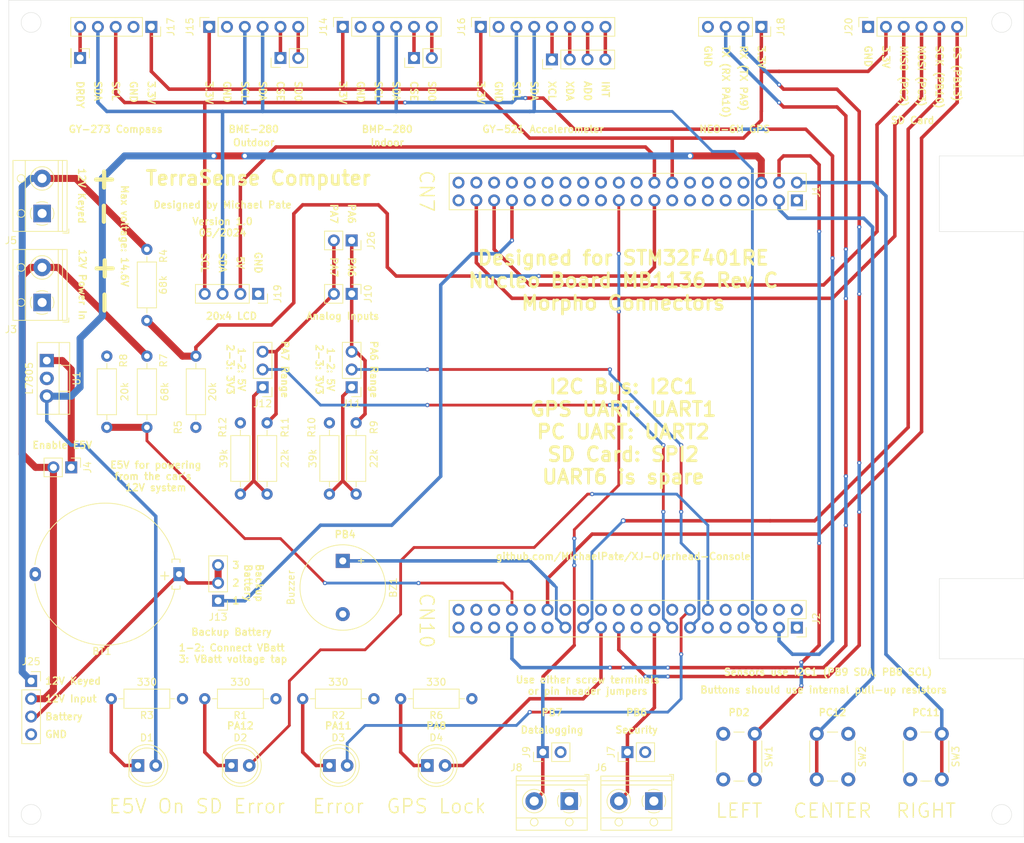
<source format=kicad_pcb>
(kicad_pcb (version 20240108) (generator "pcbnew") (generator_version "8.0")
  (layers (0 "F.Cu" signal) (31 "B.Cu" signal) (34 "B.Paste" user) (35 "F.Paste" user) (36 "B.SilkS" user "B.Silkscreen") (37 "F.SilkS" user "F.Silkscreen") (38 "B.Mask" user) (39 "F.Mask" user) (44 "Edge.Cuts" user))
  (net 0 "")
  (net 1 "GND")
  (net 2 "Net-(BZ1-+)")
  (net 3 "Net-(D1-K)")
  (net 4 "E5V")
  (net 5 "Net-(D2-A)")
  (net 6 "Net-(D2-K)")
  (net 7 "Net-(D3-A)")
  (net 8 "Net-(D3-K)")
  (net 9 "Net-(D4-K)")
  (net 10 "Net-(D4-A)")
  (net 14 "Toggle_Datalogging")
  (net 20 "Net-(J1-Pin_4)")
  (net 22 "12V_Signal_Keyed")
  (net 25 "SPI2_MOSI")
  (net 30 "+3.3V")
  (net 34 "+5V")
  (net 35 "Net-(J1-Pin_3)")
  (net 38 "Spare_DI_1")
  (net 42 "VBatt")
  (net 43 "SPI2_MISO")
  (net 44 "Net-(J1-Pin_2)")
  (net 48 "UART1_TX")
  (net 49 "Spare_DI_2")
  (net 50 "UART1_RX")
  (net 51 "Spare_AI_2")
  (net 53 "SystemVoltage")
  (net 58 "UART6_TX")
  (net 63 "Spare_DQ_2")
  (net 67 "I2C1_SDA")
  (net 68 "UART_RX")
  (net 69 "Spare_AI_1")
  (net 73 "UART6_RX")
  (net 75 "Toggle_Security")
  (net 76 "Spare_DQ_1")
  (net 77 "UART_TX")
  (net 78 "I2C1_SCL")
  (net 79 "SPI2_SCK")
  (net 81 "Net-(J4-Pin_1)")
  (net 82 "Net-(J10-Pin_2)")
  (net 83 "Net-(J10-Pin_1)")
  (net 84 "Net-(J11-Pin_1)")
  (net 85 "Net-(J12-Pin_1)")
  (net 86 "SPI2_SD_CS")
  (net 87 "Batt")
  (net 88 "12_Power_In")
  (net 89 "12V_Keyed_Raw")
  (net 90 "Net-(J14-Pin_5)")
  (net 91 "Net-(J14-Pin_6)")
  (net 92 "Net-(J15-Pin_5)")
  (net 93 "Net-(J15-Pin_6)")
  (net 94 "Net-(J16-Pin_8)")
  (net 95 "Net-(J16-Pin_6)")
  (net 96 "Net-(J16-Pin_5)")
  (net 97 "Net-(J16-Pin_7)")
  (net 98 "Net-(J17-Pin_5)")
  (footprint "Connector_PinHeader_2.54mm:PinHeader_1x01_P2.54mm_Vertical" (layer "F.Cu") (at 75.8825 39.37 -90)
    (property "Reference" "J24" (hide yes))
    (property "Value" "~")
  )
  (footprint "Connector_PinHeader_2.54mm:PinHeader_1x02_P2.54mm_Vertical" (layer "F.Cu") (at 104.4575 39.37 90)
    (property "Reference" "J21" (hide yes))
    (property "Value" "~")
  )
  (footprint "TerminalBlock_RND:TerminalBlock_RND_205-00012_1x02_P5.00mm_Horizontal" (layer "F.Cu") (at 157.7175 145.415 180)
    (property "Reference" "J6")
    (property "Value" "Security Mode" (hide yes))
  )
  (footprint "Resistor_THT:R_Axial_DIN0207_L6.3mm_D2.5mm_P10.16mm_Horizontal" (layer "F.Cu") (at 90.4875 130.81 180)
    (property "Reference" "R3")
    (property "Value" "330")
  )
  (footprint "Resistor_THT:R_Axial_DIN0207_L6.3mm_D2.5mm_P10.16mm_Horizontal" (layer "F.Cu") (at 85.4075 66.675 -90)
    (property "Reference" "R4")
    (property "Value" "68k")
  )
  (footprint "Connector_PinHeader_2.54mm:PinHeader_1x04_P2.54mm_Vertical" (layer "F.Cu") (at 143.1775 39.58 90)
    (property "Reference" "J23" (hide yes))
    (property "Value" "~")
  )
  (footprint "TerminalBlock_RND:TerminalBlock_RND_205-00012_1x02_P5.00mm_Horizontal" (layer "F.Cu") (at 70.4675 74.255 90)
    (property "Reference" "J3")
    (property "Value" "12V Power In" (hide yes))
  )
  (footprint "Button_Switch_THT:SW_PUSH_6mm" (layer "F.Cu") (at 198.7825 135.815 -90)
    (property "Reference" "SW3")
    (property "Value" "MenuRight")
  )
  (footprint "Connector_PinSocket_2.54mm:PinSocket_2x20_P2.54mm_Vertical" (layer "F.Cu") (at 178.1175 59.69 -90)
    (property "Reference" "J1")
    (property "Value" "CN7")
  )
  (footprint "Connector_PinHeader_2.54mm:PinHeader_1x03_P2.54mm_Vertical" (layer "F.Cu") (at 95.5675 116.825 180)
    (property "Reference" "J13")
    (property "Value" "VBatt")
  )
  (footprint "TerminalBlock_RND:TerminalBlock_RND_205-00012_1x02_P5.00mm_Horizontal" (layer "F.Cu") (at 70.4675 61.555 90)
    (property "Reference" "J5")
    (property "Value" "12V Keyed" (hide yes))
  )
  (footprint "Connector_PinHeader_2.54mm:PinHeader_1x02_P2.54mm_Vertical" (layer "F.Cu") (at 114.6225 73.025 -90)
    (property "Reference" "J10")
    (property "Value" "Spare AI" (hide yes))
  )
  (footprint "LED_THT:LED_D5.0mm" (layer "F.Cu") (at 97.4675 140.335)
    (property "Reference" "D2")
    (property "Value" "SD Error")
  )
  (footprint "Connector_PinSocket_2.54mm:PinSocket_1x06_P2.54mm_Vertical" (layer "F.Cu") (at 94.2975 34.925 90)
    (property "Reference" "J15")
    (property "Value" "BME280")
  )
  (footprint "Battery:Battery_Panasonic_CR2032-HFN_Horizontal_CircularHoles" (layer "F.Cu") (at 89.9875 113.030122 180)
    (property "Reference" "BT1")
    (property "Value" "Battery_Cell")
  )
  (footprint "Buzzer_Beeper:Buzzer_12x9.5RM7.6" (layer "F.Cu") (at 113.3475 111.135 -90)
    (property "Reference" "BZ1")
    (property "Value" "Buzzer")
  )
  (footprint "Button_Switch_THT:SW_PUSH_6mm" (layer "F.Cu") (at 172.1125 135.815 -90)
    (property "Reference" "SW1")
    (property "Value" "MenuLeft")
  )
  (footprint "LED_THT:LED_D5.0mm" (layer "F.Cu") (at 111.4375 140.335)
    (property "Reference" "D3")
    (property "Value" "Error")
  )
  (footprint "Connector_PinHeader_2.54mm:PinHeader_1x02_P2.54mm_Vertical" (layer "F.Cu") (at 153.9475 138.43 90)
    (property "Reference" "J7")
    (property "Value" "Security Mode" (hide yes))
  )
  (footprint "Connector_PinHeader_2.54mm:PinHeader_1x02_P2.54mm_Vertical" (layer "F.Cu") (at 123.5075 39.37 90)
    (property "Reference" "J22" (hide yes))
    (property "Value" "~")
  )
  (footprint "Connector_PinSocket_2.54mm:PinSocket_1x04_P2.54mm_Vertical" (layer "F.Cu") (at 68.8975 128.27)
    (property "Reference" "J25")
    (property "Value" "Power")
  )
  (footprint "Connector_PinSocket_2.54mm:PinSocket_1x04_P2.54mm_Vertical" (layer "F.Cu") (at 173.0475 34.925 -90)
    (property "Reference" "J18")
    (property "Value" "NEO-6M")
  )
  (footprint "Resistor_THT:R_Axial_DIN0207_L6.3mm_D2.5mm_P10.16mm_Horizontal" (layer "F.Cu") (at 115.2525 91.44 -90)
    (property "Reference" "R9")
    (property "Value" "22k")
  )
  (footprint "Connector_PinSocket_2.54mm:PinSocket_2x20_P2.54mm_Vertical" (layer "F.Cu") (at 178.1175 120.65 -90)
    (property "Reference" "J2")
    (property "Value" "CN10")
  )
  (footprint "TerminalBlock_RND:TerminalBlock_RND_205-00012_1x02_P5.00mm_Horizontal" (layer "F.Cu") (at 145.6525 145.415 180)
    (property "Reference" "J8")
    (property "Value" "Datalogging" (hide yes))
  )
  (footprint "Resistor_THT:R_Axial_DIN0207_L6.3mm_D2.5mm_P10.16mm_Horizontal" (layer "F.Cu") (at 131.7625 130.81 180)
    (property "Reference" "R6")
    (property "Value" "330")
  )
  (footprint "Package_TO_SOT_THT:TO-220-3_Vertical" (layer "F.Cu") (at 71.1325 82.55 -90)
    (property "Reference" "U1")
    (property "Value" "L7805")
  )
  (footprint "Connector_PinHeader_2.54mm:PinHeader_1x03_P2.54mm_Vertical" (layer "F.Cu") (at 114.6175 86.36 180)
    (property "Reference" "J11")
    (property "Value" "AI 1 Level Select" (hide yes))
  )
  (footprint "Resistor_THT:R_Axial_DIN0207_L6.3mm_D2.5mm_P10.16mm_Horizontal" (layer "F.Cu") (at 103.8225 130.81 180)
    (property "Reference" "R1")
    (property "Value" "330")
  )
  (footprint "Connector_PinSocket_2.54mm:PinSocket_1x02_P2.54mm_Vertical" (layer "F.Cu") (at 114.6175 65.405 -90)
    (property "Reference" "J26")
    (property "Value" "Spare AI" (hide yes))
  )
  (footprint "Resistor_THT:R_Axial_DIN0207_L6.3mm_D2.5mm_P10.16mm_Horizontal" (layer "F.Cu") (at 92.3975 92.075 90)
    (property "Reference" "R5")
    (property "Value" "20k")
  )
  (footprint "LED_THT:LED_D5.0mm" (layer "F.Cu") (at 84.1325 140.335)
    (property "Reference" "D1")
    (property "Value" "Ext Power")
  )
  (footprint "Resistor_THT:R_Axial_DIN0207_L6.3mm_D2.5mm_P10.16mm_Horizontal" (layer "F.Cu") (at 98.7425 91.44 -90)
    (property "Reference" "R12")
    (property "Value" "39k")
  )
  (footprint "Connector_PinHeader_2.54mm:PinHeader_1x02_P2.54mm_Vertical" (layer "F.Cu") (at 74.6175 97.79 -90)
    (property "Reference" "J4")
    (property "Value" "12V Power On" (hide yes))
  )
  (footprint "Resistor_THT:R_Axial_DIN0207_L6.3mm_D2.5mm_P10.16mm_Horizontal" (layer "F.Cu") (at 102.5525 91.44 -90)
    (property "Reference" "R11")
    (property "Value" "22k")
  )
  (footprint "Connector_PinSocket_2.54mm:PinSocket_1x04_P2.54mm_Vertical" (layer "F.Cu") (at 101.2825 73.025 -90)
    (property "Reference" "J19")
    (property "Value" "LCD" (hide yes))
  )
  (footprint "Connector_PinSocket_2.54mm:PinSocket_1x06_P2.54mm_Vertical" (layer "F.Cu") (at 113.3475 34.925 90)
    (property "Reference" "J14")
    (property "Value" "BMP280")
  )
  (footprint "Resistor_THT:R_Axial_DIN0207_L6.3mm_D2.5mm_P10.16mm_Horizontal" (layer "F.Cu") (at 79.6975 81.915 -90)
    (property "Reference" "R8")
    (property "Value" "20k")
  )
  (footprint "Connector_PinHeader_2.54mm:PinHeader_1x02_P2.54mm_Vertical" (layer "F.Cu") (at 141.8775 138.43 90)
    (property "Reference" "J9")
    (property "Value" "Datalogging" (hide yes))
  )
  (footprint "Button_Switch_THT:SW_PUSH_6mm" (layer "F.Cu") (at 185.4475 135.815 -90)
    (property "Reference" "SW2")
    (property "Value" "MenuCenter")
  )
  (footprint "Connector_PinHeader_2.54mm:PinHeader_1x03_P2.54mm_Vertical" (layer "F.Cu") (at 101.9175 86.36 180)
    (property "Reference" "J12")
    (property "Value" "AI 2 Level Select" (hide yes))
  )
  (footprint "Connector_PinSocket_2.54mm:PinSocket_1x08_P2.54mm_Vertical" (layer "F.Cu") (at 133.0325 34.925 90)
    (property "Reference" "J16")
    (property "Value" "GY521")
  )
  (footprint "Connector_PinSocket_2.54mm:PinSocket_1x05_P2.54mm_Vertical" (layer "F.Cu") (at 86.0425 34.925 -90)
    (property "Reference" "J17")
    (property "Value" "GY273")
  )
  (footprint "Resistor_THT:R_Axial_DIN0207_L6.3mm_D2.5mm_P10.16mm_Horizontal" (layer "F.Cu") (at 85.4125 81.915 -90)
    (property "Reference" "R7")
    (property "Value" "68k")
  )
  (footprint "Resistor_THT:R_Axial_DIN0207_L6.3mm_D2.5mm_P10.16mm_Horizontal" (layer "F.Cu") (at 111.4425 91.44 -90)
    (property "Reference" "R10")
    (property "Value" "39k")
  )
  (footprint "Connector_PinSocket_2.54mm:PinSocket_1x06_P2.54mm_Vertical" (layer "F.Cu") (at 188.2775 34.925 90)
    (property "Reference" "J20")
    (property "Value" "SD Card")
  )
  (footprint "LED_THT:LED_D5.0mm" (layer "F.Cu") (at 125.4075 140.335)
    (property "Reference" "D4")
    (property "Value" "GPS")
  )
  (footprint "Resistor_THT:R_Axial_DIN0207_L6.3mm_D2.5mm_P10.16mm_Horizontal" (layer "F.Cu") (at 117.7925 130.81 180)
    (property "Reference" "R2")
    (property "Value" "330")
  )
  (gr_line (start 65.7225 150.495) (end 210.5025 150.495) (stroke (width 0.05)) (layer "Edge.Cuts"))
  (gr_line (start 210.5025 150.495) (end 210.5025 125.095) (stroke (width 0.05)) (layer "Edge.Cuts"))
  (gr_line (start 65.7225 31.115) (end 65.7225 150.495) (stroke (width 0.05)) (layer "Edge.Cuts"))
  (gr_line (start 210.5025 53.34) (end 210.5025 31.115) (stroke (width 0.05)) (layer "Edge.Cuts"))
  (gr_line (start 198.4375 64.135) (end 198.4375 53.34) (stroke (width 0.05)) (layer "Edge.Cuts"))
  (gr_circle (center 207.3275 34.29) (end 206.6925 35.56) (stroke (width 0.05)) (fill none) (layer "Edge.Cuts"))
  (gr_line (start 210.5025 31.115) (end 65.7225 31.115) (stroke (width 0.05)) (layer "Edge.Cuts"))
  (gr_circle (center 68.8975 147.32) (end 68.2625 148.59) (stroke (width 0.05)) (fill none) (layer "Edge.Cuts"))
  (gr_line (start 210.5025 125.095) (end 198.4375 125.095) (stroke (width 0.05)) (layer "Edge.Cuts"))
  (gr_circle (center 207.3275 147.32) (end 206.6925 148.59) (stroke (width 0.05)) (fill none) (layer "Edge.Cuts"))
  (gr_line (start 210.5025 64.135) (end 198.4375 64.135) (stroke (width 0.05)) (layer "Edge.Cuts"))
  (gr_line (start 198.4375 125.095) (end 198.4375 113.665) (stroke (width 0.05)) (layer "Edge.Cuts"))
  (gr_line (start 210.5025 113.665) (end 210.5025 64.135) (stroke (width 0.05)) (layer "Edge.Cuts"))
  (gr_line (start 198.4375 113.665) (end 210.5025 113.665) (stroke (width 0.05)) (layer "Edge.Cuts"))
  (gr_line (start 198.4375 53.34) (end 210.5025 53.34) (stroke (width 0.05)) (layer "Edge.Cuts"))
  (gr_circle (center 68.8975 34.29) (end 68.2625 35.56) (stroke (width 0.05)) (fill none) (layer "Edge.Cuts"))
  (gr_text "SCL" (at 80.9625 42.545 -90) (layer "F.SilkS") (effects (font (size 1 1) (thickness 0.2) (bold yes)) (justify left)))
  (gr_text "Battery" (at 70.8025 133.35 0) (layer "F.SilkS") (effects (font (size 1 1) (thickness 0.2) (bold yes)) (justify left)))
  (gr_text "12V Keyed" (at 70.8025 128.27 0) (layer "F.SilkS") (effects (font (size 1 1) (thickness 0.2) (bold yes)) (justify left)))
  (gr_text "3.3V" (at 94.2975 42.545 -90) (layer "F.SilkS") (effects (font (size 1 1) (thickness 0.2) (bold yes)) (justify left)))
  (gr_text "SDA" (at 78.4225 42.545 -90) (layer "F.SilkS") (effects (font (size 1 1) (thickness 0.2) (bold yes)) (justify left)))
  (gr_text "12V Power In" (at 76.2175 71.715 -90) (layer "F.SilkS") (effects (font (size 1 1) (thickness 0.2) (bold yes))))
  (gr_text "MOSI (PC3)" (at 195.8975 37.465 -90) (layer "F.SilkS") (effects (font (size 1 1) (thickness 0.2) (bold yes)) (justify left)))
  (gr_text "Max voltage: 14.6V" (at 82.2325 64.77 -90) (layer "F.SilkS") (effects (font (size 1 1) (thickness 0.2) (bold yes))))
  (gr_text "PA7 Range" (at 105.0925 83.82 -90) (layer "F.SilkS") (effects (font (size 1 1) (thickness 0.2) (bold yes))))
  (gr_text "PA8" (at 126.6825 135.255 0) (layer "F.SilkS") (effects (font (size 1 1) (thickness 0.2) (bold yes)) (justify bottom)))
  (gr_text "BMP-280" (at 119.6975 49.53 0) (layer "F.SilkS") (effects (font (size 1 1) (thickness 0.2) (bold yes))))
  (gr_text "PB6" (at 155.2575 133.35 0) (layer "F.SilkS") (effects (font (size 1 1) (thickness 0.2) (bold yes)) (justify bottom)))
  (gr_text "PD2" (at 169.8625 133.35 0) (layer "F.SilkS") (effects (font (size 1 1) (thickness 0.2) (bold yes)) (justify bottom)))
  (gr_text "+" (at 79.3925 69.175 0) (layer "F.SilkS") (effects (font (size 3 3) (thickness 0.6) (bold yes))))
  (gr_text "SD Card" (at 194.6275 48.26 0) (layer "F.SilkS") (effects (font (size 1 1) (thickness 0.2) (bold yes))))
  (gr_text "CN10" (at 124.1425 115.57 -90) (layer "F.SilkS") (effects (font (size 2 2) (thickness 0.2) (bold yes)) (justify left bottom)))
  (gr_text "3.3V" (at 86.0425 42.545 -90) (layer "F.SilkS") (effects (font (size 1 1) (thickness 0.2) (bold yes)) (justify left)))
  (gr_text "GND" (at 115.8875 42.545 -90) (layer "F.SilkS") (effects (font (size 1 1) (thickness 0.2) (bold yes)) (justify left)))
  (gr_text "Outdoor" (at 100.6475 51.435 0) (layer "F.SilkS") (effects (font (size 1 1) (thickness 0.2) (bold yes))))
  (gr_text "GY-521 Accelerometer" (at 141.9225 49.53 0) (layer "F.SilkS") (effects (font (size 1 1) (thickness 0.2) (bold yes))))
  (gr_text "Version 1.0\n05/2024" (at 96.2025 63.5 0) (layer "F.SilkS") (effects (font (size 1 1) (thickness 0.2) (bold yes))))
  (gr_text "XCL" (at 143.1925 42.545 -90) (layer "F.SilkS") (effects (font (size 1 1) (thickness 0.2) (bold yes)) (justify left)))
  (gr_text "PC11" (at 196.5325 133.35 0) (layer "F.SilkS") (effects (font (size 1 1) (thickness 0.2) (bold yes)) (justify bottom)))
  (gr_text "github.com/MichaelPate/XJ-Overhead-Console" (at 153.3525 110.49 0) (layer "F.SilkS") (effects (font (size 1 1) (thickness 0.2) (bold yes))))
  (gr_text "RX (TX PA9)" (at 170.5175 37.465 -90) (layer "F.SilkS") (effects (font (size 1 1) (thickness 0.2) (bold yes)) (justify left)))
  (gr_text "3.3V" (at 190.8175 37.465 -90) (layer "F.SilkS") (effects (font (size 1 1) (thickness 0.2) (bold yes)) (justify left)))
  (gr_text "GND" (at 101.2825 68.58 -90) (layer "F.SilkS") (effects (font (size 1 1) (thickness 0.2) (bold yes))))
  (gr_text "SCL" (at 93.6625 68.58 -90) (layer "F.SilkS") (effects (font (size 1 1) (thickness 0.2) (bold yes))))
  (gr_text "Enable E5V" (at 73.3425 94.615 0) (layer "F.SilkS") (effects (font (size 1 1) (thickness 0.2) (bold yes))))
  (gr_text "GND" (at 96.8375 42.545 -90) (layer "F.SilkS") (effects (font (size 1 1) (thickness 0.2) (bold yes)) (justify left)))
  (gr_text "Backup Battery" (at 97.4725 121.285 0) (layer "F.SilkS") (effects (font (size 1 1) (thickness 0.2) (bold yes))))
  (gr_text "CSE" (at 123.5075 42.545 -90) (layer "F.SilkS") (effects (font (size 1 1) (thickness 0.2) (bold yes)) (justify left)))
  (gr_text "Analog Inputs" (at 113.3475 76.2 0) (layer "F.SilkS") (effects (font (size 1 1) (thickness 0.2) (bold yes))))
  (gr_text "GND" (at 70.8025 135.89 0) (layer "F.SilkS") (effects (font (size 1 1) (thickness 0.2) (bold yes)) (justify left)))
  (gr_text "Designed by Michael Pate" (at 96.2025 60.325 0) (layer "F.SilkS") (effects (font (size 1 1) (thickness 0.2) (bold yes))))
  (gr_text "CN7" (at 124.1425 55.245 -90) (layer "F.SilkS") (effects (font (size 2 2) (thickness 0.2) (bold yes)) (justify left bottom)))
  (gr_text "Security" (at 155.2575 135.255 0) (layer "F.SilkS") (effects (font (size 1 1) (thickness 0.2) (bold yes))))
  (gr_text "SCL" (at 99.3775 42.545 -90) (layer "F.SilkS") (effects (font (size 1 1) (thickness 0.2) (bold yes)) (justify left)))
  (gr_text "GPS Lock" (at 126.6825 147.32 0) (layer "F.SilkS") (effects (font (size 2 2) (thickness 0.2) (bold yes)) (justify bottom)))
  (gr_text "Use either screw terminals\nor pin header jumpers" (at 148.2725 128.905 0) (layer "F.SilkS") (effects (font (size 1 1) (thickness 0.2) (bold yes))))
  (gr_text "SCK (PB10)" (at 198.4375 37.465 -90) (layer "F.SilkS") (effects (font (size 1 1) (thickness 0.2) (bold yes)) (justify left)))
  (gr_text "GND" (at 135.5725 42.545 -90) (layer "F.SilkS") (effects (font (size 1 1) (thickness 0.2) (bold yes)) (justify left)))
  (gr_text "E5V On" (at 85.4075 147.32 0) (layer "F.SilkS") (effects (font (size 2 2) (thickness 0.2) (bold yes)) (justify bottom)))
  (gr_text "+" (at 79.303055 56.499417 0) (layer "F.SilkS") (effects (font (size 3 3) (thickness 0.6) (bold yes))))
  (gr_text "GND" (at 165.4375 37.465 -90) (layer "F.SilkS") (effects (font (size 1 1) (thickness 0.2) (bold yes)) (justify left)))
  (gr_text "5V" (at 98.7425 68.58 -90) (layer "F.SilkS") (effects (font (size 1 1) (thickness 0.2) (bold yes))))
  (gr_text "SCL" (at 118.4275 42.545 -90) (layer "F.SilkS") (effects (font (size 1 1) (thickness 0.2) (bold yes)) (justify left)))
  (gr_text "BME-280" (at 100.6475 49.53 0) (layer "F.SilkS") (effects (font (size 1 1) (thickness 0.2) (bold yes))))
  (gr_text "Backup\nBattery" (at 100.6475 114.285 -90) (layer "F.SilkS") (effects (font (size 1 1) (thickness 0.2) (bold yes))))
  (gr_text "20x4 LCD" (at 97.4725 76.2 0) (layer "F.SilkS") (effects (font (size 1 1) (thickness 0.2) (bold yes))))
  (gr_text "12V Input" (at 70.8025 130.81 0) (layer "F.SilkS") (effects (font (size 1 1) (thickness 0.2) (bold yes)) (justify left)))
  (gr_text "-" (at 79.0575 61.595 90) (layer "F.SilkS") (effects (font (size 3 3) (thickness 0.6) (bold yes))))
  (gr_text "3.3V" (at 133.0325 42.545 -90) (layer "F.SilkS") (effects (font (size 1 1) (thickness 0.2) (bold yes)) (justify left)))
  (gr_text "E5V for powering\nfrom the car's \n12V system" (at 86.6775 99.06 0) (layer "F.SilkS") (effects (font (size 1 1) (thickness 0.2) (bold yes))))
  (gr_text "SD0" (at 126.0475 42.545 -90) (layer "F.SilkS") (effects (font (size 1 1) (thickness 0.2) (bold yes)) (justify left)))
  (gr_text "PC12" (at 183.1975 133.35 0) (layer "F.SilkS") (effects (font (size 1 1) (thickness 0.2) (bold yes)) (justify bottom)))
  (gr_text "Error" (at 112.7075 147.32 0) (layer "F.SilkS") (effects (font (size 2 2) (thickness 0.2) (bold yes)) (justify bottom)))
  (gr_text "PB7" (at 143.1925 133.35 0) (layer "F.SilkS") (effects (font (size 1 1) (thickness 0.2) (bold yes)) (justify bottom)))
  (gr_text "PA6" (at 114.6175 69.215 -90) (layer "F.SilkS") (effects (font (size 1 1) (thickness 0.2) (bold yes))))
  (gr_text "Buttons should use internal pull-up resistors" (at 181.9275 129.54 0) (layer "F.SilkS") (effects (font (size 1 1) (thickness 0.2) (bold yes))))
  (gr_text "-" (at 79.146945 74.270583 90) (layer "F.SilkS") (effects (font (size 3 3) (thickness 0.6) (bold yes))))
  (gr_text "Sensors use I2C1 (PB9 SDA, PB8 SCL)" (at 182.5625 127 0) (layer "F.SilkS") (effects (font (size 1 1) (thickness 0.2) (bold yes))))
  (gr_text "MISO (PC2)" (at 193.3575 37.465 -90) (layer "F.SilkS") (effects (font (size 1 1) (thickness 0.2) (bold yes)) (justify left)))
  (gr_text "PA6 Range" (at 117.7925 83.82 -90) (layer "F.SilkS") (effects (font (size 1 1) (thickness 0.2) (bold yes))))
  (gr_text "PB4" (at 112.0775 107.95 0) (layer "F.SilkS") (effects (font (size 1 1) (thickness 0.2) (bold yes)) (justify left bottom)))
  (gr_text "GND" (at 188.2775 37.465 -90) (layer "F.SilkS") (effects (font (size 1 1) (thickness 0.2) (bold yes)) (justify left)))
  (gr_text "12V Keyed" (at 76.128055 59.039417 -90) (layer "F.SilkS") (effects (font (size 1 1) (thickness 0.2) (bold yes))))
  (gr_text "SD Error" (at 98.7375 147.32 0) (layer "F.SilkS") (effects (font (size 2 2) (thickness 0.2) (bold yes)) (justify bottom)))
  (gr_text "SDA" (at 120.9675 42.545 -90) (layer "F.SilkS") (effects (font (size 1 1) (thickness 0.2) (bold yes)) (justify left)))
  (gr_text "DRDY" (at 75.8825 42.545 -90) (layer "F.SilkS") (effects (font (size 1 1) (thickness 0.2) (bold yes)) (justify left)))
  (gr_text "CSE" (at 104.4575 42.545 -90) (layer "F.SilkS") (effects (font (size 1 1) (thickness 0.2) (bold yes)) (justify left)))
  (gr_text "CS (PB13)" (at 200.9775 37.465 -90) (layer "F.SilkS") (effects (font (size 1 1) (thickness 0.2) (bold yes)) (justify left)))
  (gr_text "PA7" (at 112.0775 69.215 -90) (layer "F.SilkS") (effects (font (size 1 1) (thickness 0.2) (bold yes))))
  (gr_text "TerraSense Computer" (at 101.2825 56.515 0) (layer "F.SilkS") (effects (font (size 2 2) (thickness 0.4) (bold yes))))
  (gr_text "PA12" (at 98.7375 135.255 0) (layer "F.SilkS") (effects (font (size 1 1) (thickness 0.2) (bold yes)) (justify bottom)))
  (gr_text "RIGHT" (at 196.5325 147.955 0) (layer "F.SilkS") (effects (font (size 2 2) (thickness 0.2) (bold yes)) (justify bottom)))
  (gr_text "INT" (at 150.8125 42.545 -90) (layer "F.SilkS") (effects (font (size 1 1) (thickness 0.2) (bold yes)) (justify left)))
  (gr_text "3.3V" (at 113.3475 42.545 -90) (layer "F.SilkS") (effects (font (size 1 1) (thickness 0.2) (bold yes)) (justify left)))
  (gr_text "1" (at 98.1075 116.825 0) (layer "F.SilkS") (effects (font (size 1 1) (thickness 0.2) (bold yes))))
  (gr_text "TX (RX PA10)" (at 167.9775 37.465 -90) (layer "F.SilkS") (effects (font (size 1 1) (thickness 0.2) (bold yes)) (justify left)))
  (gr_text "Indoor" (at 119.6975 51.435 0) (layer "F.SilkS") (effects (font (size 1 1) (thickness 0.2) (bold yes))))
  (gr_text "XDA" (at 145.7325 42.545 -90) (layer "F.SilkS") (effects (font (size 1 1) (thickness 0.2) (bold yes)) (justify left)))
  (gr_text "3" (at 98.1075 111.745 0) (layer "F.SilkS") (effects (font (size 1 1) (thickness 0.2) (bold yes))))
  (gr_text "Datalogging" (at 143.1925 135.255 0) (layer "F.SilkS") (effects (font (size 1 1) (thickness 0.2) (bold yes))))
  (gr_text "SCL" (at 138.1125 42.545 -90) (layer "F.SilkS") (effects (font (size 1 1) (thickness 0.2) (bold yes)) (justify left)))
  (gr_text "1-2: 5V\n2-3: 3V3" (at 110.8075 83.82 -90) (layer "F.SilkS") (effects (font (size 1 1) (thickness 0.2) (bold yes))))
  (gr_text "1-2: 5V\n2-3: 3V3" (at 98.1075 83.82 -90) (layer "F.SilkS") (effects (font (size 1 1) (thickness 0.2) (bold yes))))
  (gr_text "SDA" (at 101.9175 42.545 -90) (layer "F.SilkS") (effects (font (size 1 1) (thickness 0.2) (bold yes)) (justify left)))
  (gr_text "Designed for STM32F401RE\nNucleo Board MB1136 Rev C\nMorpho Connectors" (at 153.3525 71.12 0) (layer "F.SilkS") (effects (font (size 2 2) (thickness 0.4) (bold yes))))
  (gr_text "NEO-6M GPS" (at 169.2475 49.53 0) (layer "F.SilkS") (effects (font (size 1 1) (thickness 0.2) (bold yes))))
  (gr_text "PA6" (at 114.6175 61.595 -90) (layer "F.SilkS") (effects (font (size 1 1) (thickness 0.2) (bold yes))))
  (gr_text "PA11" (at 112.7075 135.255 0) (layer "F.SilkS") (effects (font (size 1 1) (thickness 0.2) (bold yes)) (justify bottom)))
  (gr_text "LEFT" (at 169.8625 147.955 0) (layer "F.SilkS") (effects (font (size 2 2) (thickness 0.2) (bold yes)) (justify bottom)))
  (gr_text "2" (at 98.1075 114.285 0) (layer "F.SilkS") (effects (font (size 1 1) (thickness 0.2) (bold yes))))
  (gr_text "GND" (at 83.5025 42.545 -90) (layer "F.SilkS") (effects (font (size 1 1) (thickness 0.2) (bold yes)) (justify left)))
  (gr_text "GY-273 Compass" (at 80.9625 49.53 0) (layer "F.SilkS") (effects (font (size 1 1) (thickness 0.2) (bold yes))))
  (gr_text "AD0" (at 148.2725 42.545 -90) (layer "F.SilkS") (effects (font (size 1 1) (thickness 0.2) (bold yes)) (justify left)))
  (gr_text "PA7" (at 112.0775 61.595 -90) (layer "F.SilkS") (effects (font (size 1 1) (thickness 0.2) (bold yes))))
  (gr_text "1-2: Connect VBatt\n3: VBatt voltage tap" (at 89.8525 125.73 0) (layer "F.SilkS") (effects (font (size 1 1) (thickness 0.2) (bold yes)) (justify left bottom)))
  (gr_text "I2C Bus: I2C1\nGPS UART: UART1\nPC UART: UART2\nSD Card: SPI2\nUART6 is spare" (at 153.3525 92.71 0) (layer "F.SilkS") (effects (font (size 2 2) (thickness 0.4) (bold yes))))
  (gr_text "SD0" (at 106.9975 42.545 -90) (layer "F.SilkS") (effects (font (size 1 1) (thickness 0.2) (bold yes)) (justify left)))
  (gr_text "3.3V" (at 173.0575 37.465 -90) (layer "F.SilkS") (effects (font (size 1 1) (thickness 0.2) (bold yes)) (justify left)))
  (gr_text "CENTER" (at 183.1975 147.955 0) (layer "F.SilkS") (effects (font (size 2 2) (thickness 0.2) (bold yes)) (justify bottom)))
  (gr_text "SDA" (at 96.2025 68.58 -90) (layer "F.SilkS") (effects (font (size 1 1) (thickness 0.2) (bold yes))))
  (gr_text "SDA" (at 140.6525 42.545 -90) (layer "F.SilkS") (effects (font (size 1 1) (thickness 0.2) (bold yes)) (justify left)))
  (segment (start 143.8075 114.915) (end 143.51 114.6175) (width 0.4) (layer "B.Cu") (net 2))
  (segment (start 143.8075 119.36) (end 143.8075 114.915) (width 0.4) (layer "B.Cu") (net 2))
  (segment (start 113.3475 111.135) (end 140.0275 111.135) (width 0.5) (layer "B.Cu") (net 2))
  (segment (start 145.0975 120.65) (end 143.8075 119.36) (width 0.4) (layer "B.Cu") (net 2))
  (segment (start 140.0275 111.135) (end 143.51 114.6175) (width 0.5) (layer "B.Cu") (net 2))
  (segment (start 80.3275 138.43) (end 80.3275 130.81) (width 0.5) (layer "F.Cu") (net 3))
  (segment (start 84.1325 140.335) (end 82.2325 140.335) (width 0.5) (layer "F.Cu") (net 3))
  (segment (start 82.2325 140.335) (end 80.3275 138.43) (width 0.5) (layer "F.Cu") (net 3))
  (segment (start 99.3775 53.34) (end 94.9325 53.34) (width 1) (layer "F.Cu") (net 4))
  (segment (start 173.0375 53.975) (end 172.4025 53.34) (width 1) (layer "F.Cu") (net 4))
  (segment (start 172.4025 53.34) (end 162.8775 53.34) (width 1) (layer "F.Cu") (net 4))
  (segment (start 173.0375 57.15) (end 173.0375 53.975) (width 1) (layer "F.Cu") (net 4))
  (via (at 99.3775 53.34) (size 0.9) (drill 0.6) (layers "F.Cu" "B.Cu") (net 4))
  (via (at 162.8775 53.34) (size 0.9) (drill 0.6) (layers "F.Cu" "B.Cu") (net 4))
  (via (at 94.9325 53.34) (size 0.9) (drill 0.6) (layers "F.Cu" "B.Cu") (net 4))
  (segment (start 79.0575 56.515) (end 79.0575 76.2) (width 1) (layer "B.Cu") (net 4))
  (segment (start 76.5175 94.615) (end 86.6775 104.775) (width 0.5) (layer "B.Cu") (net 4))
  (segment (start 74.6125 87.63) (end 71.1325 87.63) (width 1) (layer "B.Cu") (net 4))
  (segment (start 74.6125 94.615) (end 76.5175 94.615) (width 0.5) (layer "B.Cu") (net 4))
  (segment (start 71.1325 87.63) (end 71.1325 91.135) (width 0.5) (layer "B.Cu") (net 4))
  (segment (start 86.6775 109.855) (end 86.6725 109.86) (width 0.5) (layer "B.Cu") (net 4))
  (segment (start 86.6775 104.775) (end 86.6775 109.855) (width 0.5) (layer "B.Cu") (net 4))
  (segment (start 75.8825 79.375) (end 75.8825 86.36) (width 1) (layer "B.Cu") (net 4))
  (segment (start 162.8775 53.34) (end 99.3775 53.34) (width 1) (layer "B.Cu") (net 4))
  (segment (start 82.2325 53.34) (end 79.0575 56.515) (width 1) (layer "B.Cu") (net 4))
  (segment (start 94.9325 53.34) (end 82.2325 53.34) (width 1) (layer "B.Cu") (net 4))
  (segment (start 75.8825 86.36) (end 74.6125 87.63) (width 1) (layer "B.Cu") (net 4))
  (segment (start 71.1325 91.135) (end 74.6125 94.615) (width 0.5) (layer "B.Cu") (net 4))
  (segment (start 79.0575 76.2) (end 75.8825 79.375) (width 1) (layer "B.Cu") (net 4))
  (segment (start 86.6725 109.86) (end 86.6725 140.335) (width 0.5) (layer "B.Cu") (net 4))
  (segment (start 140.6525 109.22) (end 123.5075 109.22) (width 0.4) (layer "F.Cu") (net 5))
  (segment (start 121.6025 111.125) (end 121.6025 118.745) (width 0.4) (layer "F.Cu") (net 5))
  (segment (start 121.6025 118.745) (end 116.5225 123.825) (width 0.4) (layer "F.Cu") (net 5))
  (segment (start 148.9075 101.6) (end 148.2725 101.6) (width 0.4) (layer "F.Cu") (net 5))
  (segment (start 105.7275 128.27) (end 105.7275 134.615) (width 0.4) (layer "F.Cu") (net 5))
  (segment (start 148.2725 101.6) (end 140.6525 109.22) (width 0.4) (layer "F.Cu") (net 5))
  (segment (start 105.7275 134.615) (end 100.0075 140.335) (width 0.4) (layer "F.Cu") (net 5))
  (segment (start 116.5225 123.825) (end 110.1725 123.825) (width 0.4) (layer "F.Cu") (net 5))
  (segment (start 123.5075 109.22) (end 121.6025 111.125) (width 0.4) (layer "F.Cu") (net 5))
  (segment (start 110.1725 123.825) (end 105.7275 128.27) (width 0.4) (layer "F.Cu") (net 5))
  (via (at 148.9075 101.6) (size 0.6) (drill 0.3) (layers "F.Cu" "B.Cu") (net 5))
  (segment (start 148.9075 101.6) (end 160.9725 101.6) (width 0.4) (layer "B.Cu") (net 5))
  (segment (start 160.9725 101.6) (end 165.4175 106.045) (width 0.4) (layer "B.Cu") (net 5))
  (segment (start 165.4175 106.045) (end 165.4175 118.11) (width 0.4) (layer "B.Cu") (net 5))
  (segment (start 97.4675 140.335) (end 95.5675 140.335) (width 0.5) (layer "F.Cu") (net 6))
  (segment (start 95.5675 140.335) (end 93.6625 138.43) (width 0.5) (layer "F.Cu") (net 6))
  (segment (start 93.6625 138.43) (end 93.6625 130.81) (width 0.5) (layer "F.Cu") (net 6))
  (segment (start 143.1925 132.715) (end 140.0175 132.715) (width 0.4) (layer "F.Cu") (net 7))
  (segment (start 162.8775 118.11) (end 161.6075 119.38) (width 0.4) (layer "F.Cu") (net 7))
  (segment (start 161.6075 119.38) (end 161.6075 124.46) (width 0.4) (layer "F.Cu") (net 7))
  (via (at 161.6075 124.46) (size 0.6) (drill 0.3) (layers "F.Cu" "B.Cu") (net 7))
  (via (at 143.1925 132.715) (size 0.6) (drill 0.3) (layers "F.Cu" "B.Cu") (net 7))
  (via (at 140.0175 132.715) (size 0.6) (drill 0.3) (layers "F.Cu" "B.Cu") (net 7))
  (segment (start 116.5225 134.62) (end 113.9775 137.165) (width 0.4) (layer "B.Cu") (net 7))
  (segment (start 140.0175 132.715) (end 138.1125 134.62) (width 0.4) (layer "B.Cu") (net 7))
  (segment (start 113.9775 137.165) (end 113.9775 140.335) (width 0.4) (layer "B.Cu") (net 7))
  (segment (start 161.6075 124.46) (end 161.6075 130.81) (width 0.4) (layer "B.Cu") (net 7))
  (segment (start 161.6075 130.81) (end 159.7025 132.715) (width 0.4) (layer "B.Cu") (net 7))
  (segment (start 159.7025 132.715) (end 143.1925 132.715) (width 0.4) (layer "B.Cu") (net 7))
  (segment (start 138.1125 134.62) (end 116.5225 134.62) (width 0.4) (layer "B.Cu") (net 7))
  (segment (start 109.5375 140.335) (end 107.6325 138.43) (width 0.5) (layer "F.Cu") (net 8))
  (segment (start 107.6325 138.43) (end 107.6325 130.81) (width 0.5) (layer "F.Cu") (net 8))
  (segment (start 111.4375 140.335) (end 109.5375 140.335) (width 0.5) (layer "F.Cu") (net 8))
  (segment (start 121.6025 138.43) (end 121.6025 130.81) (width 0.5) (layer "F.Cu") (net 9))
  (segment (start 123.5075 140.335) (end 121.6025 138.43) (width 0.5) (layer "F.Cu") (net 9))
  (segment (start 125.4075 140.335) (end 123.5075 140.335) (width 0.5) (layer "F.Cu") (net 9))
  (segment (start 150.1775 128.27) (end 150.1775 120.65) (width 0.5) (layer "F.Cu") (net 10))
  (segment (start 130.4925 140.335) (end 140.0175 130.81) (width 0.5) (layer "F.Cu") (net 10))
  (segment (start 127.9475 140.335) (end 130.4925 140.335) (width 0.5) (layer "F.Cu") (net 10))
  (segment (start 140.0175 130.81) (end 147.6375 130.81) (width 0.5) (layer "F.Cu") (net 10))
  (segment (start 147.6375 130.81) (end 150.1775 128.27) (width 0.5) (layer "F.Cu") (net 10))
  (segment (start 141.8775 128.315) (end 141.9225 128.27) (width 0.5) (layer "F.Cu") (net 14))
  (segment (start 141.8775 138.43) (end 141.8775 144.19) (width 0.5) (layer "F.Cu") (net 14))
  (segment (start 141.8775 144.19) (end 140.6525 145.415) (width 0.5) (layer "F.Cu") (net 14))
  (segment (start 146.3675 106.68) (end 152.7175 100.33) (width 0.4) (layer "F.Cu") (net 14))
  (segment (start 152.7175 100.33) (end 152.7175 75.565) (width 0.4) (layer "F.Cu") (net 14))
  (segment (start 141.9225 128.27) (end 141.9225 127.635) (width 0.5) (layer "F.Cu") (net 14))
  (segment (start 141.9225 127.635) (end 146.3675 123.19) (width 0.5) (layer "F.Cu") (net 14))
  (segment (start 146.3675 121.218478) (end 146.3675 111.76) (width 0.4) (layer "F.Cu") (net 14))
  (segment (start 146.3675 107.95) (end 146.3675 106.68) (width 0.4) (layer "F.Cu") (net 14))
  (segment (start 152.7175 67.31) (end 152.7175 59.69) (width 0.4) (layer "F.Cu") (net 14))
  (segment (start 146.3675 123.19) (end 146.3675 121.218478) (width 0.4) (layer "F.Cu") (net 14))
  (via (at 152.7175 67.31) (size 0.6) (drill 0.3) (layers "F.Cu" "B.Cu") (net 14))
  (via (at 146.3675 107.95) (size 0.6) (drill 0.3) (layers "F.Cu" "B.Cu") (net 14))
  (via (at 152.7175 75.565) (size 0.6) (drill 0.3) (layers "F.Cu" "B.Cu") (net 14))
  (via (at 146.3675 111.76) (size 0.6) (drill 0.3) (layers "F.Cu" "B.Cu") (net 14))
  (via (at 141.8775 128.315) (size 0.6) (drill 0.3) (layers "F.Cu" "B.Cu") (net 14))
  (segment (start 141.8775 138.43) (end 141.8775 128.315) (width 0.5) (layer "B.Cu") (net 14))
  (segment (start 141.9225 128.27) (end 141.8775 128.315) (width 0.5) (layer "B.Cu") (net 14))
  (segment (start 152.7175 75.565) (end 152.7175 67.31) (width 0.4) (layer "B.Cu") (net 14))
  (segment (start 146.3675 111.76) (end 146.3675 107.95) (width 0.4) (layer "B.Cu") (net 14))
  (segment (start 178.7525 125.615) (end 178.8675 125.615) (width 0.5) (layer "F.Cu") (net 20))
  (segment (start 178.8675 125.615) (end 181.2925 123.19) (width 0.5) (layer "F.Cu") (net 20))
  (segment (start 180.0225 53.34) (end 176.2125 53.34) (width 0.5) (layer "F.Cu") (net 20))
  (segment (start 172.1125 135.815) (end 172.1125 142.315) (width 0.5) (layer "F.Cu") (net 20))
  (segment (start 176.2125 53.34) (end 175.5775 53.975) (width 0.5) (layer "F.Cu") (net 20))
  (segment (start 181.2925 64.135) (end 181.2925 54.61) (width 0.5) (layer "F.Cu") (net 20))
  (segment (start 172.1125 135.815) (end 178.7525 129.175) (width 0.5) (layer "F.Cu") (net 20))
  (segment (start 175.5775 53.975) (end 175.5775 57.15) (width 0.5) (layer "F.Cu") (net 20))
  (segment (start 181.2925 123.19) (end 181.2925 108.585) (width 0.5) (layer "F.Cu") (net 20))
  (segment (start 181.2925 54.61) (end 180.0225 53.34) (width 0.5) (layer "F.Cu") (net 20))
  (segment (start 178.7525 129.175) (end 178.7525 128.905) (width 0.5) (layer "F.Cu") (net 20))
  (via (at 178.7525 125.615) (size 0.6) (drill 0.3) (layers "F.Cu" "B.Cu") (net 20))
  (via (at 181.2925 108.585) (size 0.6) (drill 0.3) (layers "F.Cu" "B.Cu") (net 20))
  (via (at 178.7525 128.905) (size 0.6) (drill 0.3) (layers "F.Cu" "B.Cu") (net 20))
  (via (at 181.2925 64.135) (size 0.6) (drill 0.3) (layers "F.Cu" "B.Cu") (net 20))
  (segment (start 178.7525 128.905) (end 178.7525 125.615) (width 0.5) (layer "B.Cu") (net 20))
  (segment (start 181.2925 108.585) (end 181.2925 64.135) (width 0.5) (layer "B.Cu") (net 20))
  (segment (start 132.3975 70.485) (end 120.9675 70.485) (width 0.5) (layer "F.Cu") (net 22))
  (segment (start 118.4275 60.325) (end 107.6325 60.325) (width 0.5) (layer "F.Cu") (net 22))
  (segment (start 157.7975 69.215) (end 156.5275 70.485) (width 0.5) (layer "F.Cu") (net 22))
  (segment (start 157.7975 59.69) (end 157.7975 69.215) (width 0.5) (layer "F.Cu") (net 22))
  (segment (start 119.6975 69.215) (end 119.6975 61.595) (width 0.5) (layer "F.Cu") (net 22))
  (segment (start 106.3625 74.295) (end 103.1875 77.47) (width 0.5) (layer "F.Cu") (net 22))
  (segment (start 103.1875 77.47) (end 95.5675 77.47) (width 0.5) (layer "F.Cu") (net 22))
  (segment (start 92.3975 81.915) (end 90.4875 81.915) (width 1) (layer "F.Cu") (net 22))
  (segment (start 107.6325 60.325) (end 106.3625 61.595) (width 0.5) (layer "F.Cu") (net 22))
  (segment (start 90.4875 81.915) (end 85.4075 76.835) (width 1) (layer "F.Cu") (net 22))
  (segment (start 119.6975 61.595) (end 118.4275 60.325) (width 0.5) (layer "F.Cu") (net 22))
  (segment (start 120.9675 70.485) (end 119.6975 69.215) (width 0.5) (layer "F.Cu") (net 22))
  (segment (start 156.5275 70.485) (end 141.2875 70.485) (width 0.5) (layer "F.Cu") (net 22))
  (segment (start 92.3975 80.64) (end 92.3975 81.915) (width 0.5) (layer "F.Cu") (net 22))
  (segment (start 95.5675 77.47) (end 92.3975 80.64) (width 0.5) (layer "F.Cu") (net 22))
  (segment (start 106.3625 61.595) (end 106.3625 74.295) (width 0.5) (layer "F.Cu") (net 22))
  (via (at 132.3975 70.485) (size 0.6) (drill 0.3) (layers "F.Cu" "B.Cu") (net 22))
  (via (at 141.2875 70.485) (size 0.6) (drill 0.3) (layers "F.Cu" "B.Cu") (net 22))
  (segment (start 141.2875 70.485) (end 132.3975 70.485) (width 0.5) (layer "B.Cu") (net 22))
  (segment (start 195.8975 34.925) (end 195.8975 45.085) (width 0.5) (layer "F.Cu") (net 25))
  (segment (start 192.0875 64.77) (end 183.1975 73.66) (width 0.5) (layer "F.Cu") (net 25))
  (segment (start 137.4775 73.66) (end 132.3975 68.58) (width 0.5) (layer "F.Cu") (net 25))
  (segment (start 195.8975 45.085) (end 192.0875 48.895) (width 0.5) (layer "F.Cu") (net 25))
  (segment (start 132.3975 68.58) (end 132.3975 59.69) (width 0.5) (layer "F.Cu") (net 25))
  (segment (start 192.0875 48.895) (end 192.0875 64.77) (width 0.5) (layer "F.Cu") (net 25))
  (segment (start 183.1975 73.66) (end 137.4775 73.66) (width 0.5) (layer "F.Cu") (net 25))
  (segment (start 140.0175 50.8) (end 160.3375 50.8) (width 0.5) (layer "F.Cu") (net 30))
  (segment (start 113.3475 43.815) (end 96.8375 43.815) (width 0.5) (layer "F.Cu") (net 30))
  (segment (start 133.0325 43.815) (end 115.8875 43.815) (width 0.5) (layer "F.Cu") (net 30))
  (segment (start 94.2975 41.275) (end 94.2975 34.925) (width 0.5) (layer "F.Cu") (net 30))
  (segment (start 96.8375 43.815) (end 94.2975 43.815) (width 0.5) (layer "F.Cu") (net 30))
  (segment (start 133.0325 43.815) (end 140.0175 50.8) (width 0.5) (layer "F.Cu") (net 30))
  (segment (start 173.0375 48.26) (end 173.0375 46.99) (width 0.5) (layer "F.Cu") (net 30))
  (segment (start 170.4975 50.8) (end 173.0375 48.26) (width 0.5) (layer "F.Cu") (net 30))
  (segment (start 160.3375 50.8) (end 170.4975 50.8) (width 0.5) (layer "F.Cu") (net 30))
  (segment (start 160.3375 57.15) (end 160.3375 50.8) (width 0.5) (layer "F.Cu") (net 30))
  (segment (start 115.8875 43.815) (end 113.3475 43.815) (width 0.5) (layer "F.Cu") (net 30))
  (segment (start 133.0325 43.815) (end 133.0325 34.925) (width 0.5) (layer "F.Cu") (net 30))
  (segment (start 173.0375 41.275) (end 175.5775 41.275) (width 0.5) (layer "F.Cu") (net 30))
  (segment (start 113.3475 41.275) (end 113.3475 43.815) (width 0.5) (layer "F.Cu") (net 30))
  (segment (start 94.2975 43.815) (end 88.5825 43.815) (width 0.5) (layer "F.Cu") (net 30))
  (segment (start 173.0475 46.98) (end 173.0475 41.265) (width 0.5) (layer "F.Cu") (net 30))
  (segment (start 190.8175 34.925) (end 190.8175 38.735) (width 0.5) (layer "F.Cu") (net 30))
  (segment (start 88.5825 43.815) (end 86.0425 41.275) (width 0.5) (layer "F.Cu") (net 30))
  (segment (start 173.0475 38.745) (end 173.0475 34.925) (width 0.5) (layer "F.Cu") (net 30))
  (segment (start 190.8175 38.735) (end 188.2775 41.275) (width 0.5) (layer "F.Cu") (net 30))
  (segment (start 173.0475 38.745) (end 173.0475 41.265) (width 0.5) (layer "F.Cu") (net 30))
  (segment (start 173.0375 46.99) (end 173.0475 46.98) (width 0.5) (layer "F.Cu") (net 30))
  (segment (start 113.3475 41.275) (end 113.3475 34.925) (width 0.5) (layer "F.Cu") (net 30))
  (segment (start 86.0425 41.275) (end 86.0425 34.925) (width 0.5) (layer "F.Cu") (net 30))
  (segment (start 94.2975 41.275) (end 94.2975 43.815) (width 0.5) (layer "F.Cu") (net 30))
  (segment (start 173.0475 41.265) (end 173.0375 41.275) (width 0.5) (layer "F.Cu") (net 30))
  (segment (start 188.2775 41.275) (end 175.5775 41.275) (width 0.5) (layer "F.Cu") (net 30))
  (segment (start 98.7425 73.025) (end 98.7425 57.15) (width 0.5) (layer "F.Cu") (net 34))
  (segment (start 103.8225 52.07) (end 156.5275 52.07) (width 0.5) (layer "F.Cu") (net 34))
  (segment (start 157.7975 53.34) (end 157.7975 57.15) (width 0.5) (layer "F.Cu") (net 34))
  (segment (start 156.5275 52.07) (end 157.7975 53.34) (width 0.5) (layer "F.Cu") (net 34))
  (segment (start 98.7425 57.15) (end 103.8225 52.07) (width 0.5) (layer "F.Cu") (net 34))
  (segment (start 180.9475 135.815) (end 180.9475 142.315) (width 0.5) (layer "F.Cu") (net 35))
  (segment (start 187.6425 62.23) (end 176.8475 62.23) (width 0.5) (layer "B.Cu") (net 35))
  (segment (start 180.9475 135.815) (end 188.9125 127.85) (width 0.5) (layer "B.Cu") (net 35))
  (segment (start 176.8475 62.23) (end 175.5775 60.96) (width 0.5) (layer "B.Cu") (net 35))
  (segment (start 188.9125 63.5) (end 187.6425 62.23) (width 0.5) (layer "B.Cu") (net 35))
  (segment (start 188.9125 127.85) (end 188.9125 63.5) (width 0.5) (layer "B.Cu") (net 35))
  (segment (start 175.5775 60.96) (end 175.5775 59.69) (width 0.5) (layer "B.Cu") (net 35))
  (segment (start 137.4775 59.69) (end 137.4775 65.405) (width 0.5) (layer "F.Cu") (net 42))
  (via (at 137.4775 65.405) (size 0.6) (drill 0.3) (layers "F.Cu" "B.Cu") (net 42))
  (segment (start 110.1725 106.045) (end 99.3925 116.825) (width 0.5) (layer "B.Cu") (net 42))
  (segment (start 135.5725 67.31) (end 131.7625 67.31) (width 0.5) (layer "B.Cu") (net 42))
  (segment (start 137.4775 65.405) (end 135.5725 67.31) (width 0.5) (layer "B.Cu") (net 42))
  (segment (start 127.3175 99.06) (end 120.3325 106.045) (width 0.5) (layer "B.Cu") (net 42))
  (segment (start 127.3175 71.755) (end 127.3175 99.06) (width 0.5) (layer "B.Cu") (net 42))
  (segment (start 131.7625 67.31) (end 127.3175 71.755) (width 0.5) (layer "B.Cu") (net 42))
  (segment (start 99.3925 116.825) (end 95.5675 116.825) (width 0.5) (layer "B.Cu") (net 42))
  (segment (start 120.3325 106.045) (end 110.1725 106.045) (width 0.5) (layer "B.Cu") (net 42))
  (segment (start 193.3575 45.085) (end 189.5475 48.895) (width 0.5) (layer "F.Cu") (net 43))
  (segment (start 181.9275 71.755) (end 140.0175 71.755) (width 0.5) (layer "F.Cu") (net 43))
  (segment (start 134.9375 66.675) (end 134.9375 59.69) (width 0.5) (layer "F.Cu") (net 43))
  (segment (start 193.3575 34.925) (end 193.3575 45.085) (width 0.5) (layer "F.Cu") (net 43))
  (segment (start 189.5475 64.135) (end 181.9275 71.755) (width 0.5) (layer "F.Cu") (net 43))
  (segment (start 140.0175 71.755) (end 134.9375 66.675) (width 0.5) (layer "F.Cu") (net 43))
  (segment (start 189.5475 48.895) (end 189.5475 64.135) (width 0.5) (layer "F.Cu") (net 43))
  (segment (start 198.7825 135.815) (end 198.7825 142.315) (width 0.5) (layer "F.Cu") (net 44))
  (segment (start 190.8175 59.055) (end 190.8175 124.46) (width 0.5) (layer "B.Cu") (net 44))
  (segment (start 190.8175 124.46) (end 198.7825 132.425) (width 0.5) (layer "B.Cu") (net 44))
  (segment (start 198.7825 132.425) (end 198.7825 135.815) (width 0.5) (layer "B.Cu") (net 44))
  (segment (start 188.9125 57.15) (end 190.8175 59.055) (width 0.5) (layer "B.Cu") (net 44))
  (segment (start 178.1175 57.15) (end 188.9125 57.15) (width 0.5) (layer "B.Cu") (net 44))
  (segment (start 187.0075 123.19) (end 182.5625 127.635) (width 0.5) (layer "F.Cu") (net 48))
  (segment (start 187.0075 104.14) (end 187.0075 117.475) (width 0.5) (layer "F.Cu") (net 48))
  (segment (start 156.5275 127.635) (end 152.7175 123.825) (width 0.5) (layer "F.Cu") (net 48))
  (segment (start 176.2125 43.815) (end 178.1175 43.815) (width 0.5) (layer "F.Cu") (net 48))
  (segment (start 182.5625 127.635) (end 159.7025 127.635) (width 0.5) (layer "F.Cu") (net 48))
  (segment (start 187.0075 117.475) (end 187.0075 123.19) (width 0.5) (layer "F.Cu") (net 48))
  (segment (start 187.0075 73.025) (end 187.0075 97.155) (width 0.5) (layer "F.Cu") (net 48))
  (segment (start 187.0075 46.99) (end 187.0075 63.5) (width 0.5) (layer "F.Cu") (net 48))
  (segment (start 183.8325 43.815) (end 187.0075 46.99) (width 0.5) (layer "F.Cu") (net 48))
  (segment (start 178.1175 43.815) (end 183.8325 43.815) (width 0.5) (layer "F.Cu") (net 48))
  (segment (start 175.5775 43.18) (end 176.2125 43.815) (width 0.5) (layer "F.Cu") (net 48))
  (segment (start 152.7175 123.825) (end 152.7175 120.65) (width 0.5) (layer "F.Cu") (net 48))
  (via (at 175.5775 43.18) (size 0.6) (drill 0.3) (layers "F.Cu" "B.Cu") (net 48))
  (via (at 187.0075 63.5) (size 0.6) (drill 0.3) (layers "F.Cu" "B.Cu") (net 48))
  (via (at 156.5275 127.635) (size 0.6) (drill 0.3) (layers "F.Cu" "B.Cu") (net 48))
  (via (at 187.0075 73.025) (size 0.6) (drill 0.3) (layers "F.Cu" "B.Cu") (net 48))
  (via (at 159.7025 127.635) (size 0.6) (drill 0.3) (layers "F.Cu" "B.Cu") (net 48))
  (via (at 187.0075 104.14) (size 0.6) (drill 0.3) (layers "F.Cu" "B.Cu") (net 48))
  (via (at 187.0075 97.155) (size 0.6) (drill 0.3) (layers "F.Cu" "B.Cu") (net 48))
  (segment (start 170.5075 34.925) (end 170.5075 38.11) (width 0.5) (layer "B.Cu") (net 48))
  (segment (start 170.5075 38.11) (end 175.5775 43.18) (width 0.5) (layer "B.Cu") (net 48))
  (segment (start 159.7025 127.635) (end 156.5275 127.635) (width 0.5) (layer "B.Cu") (net 48))
  (segment (start 187.0075 97.155) (end 187.0075 104.14) (width 0.5) (layer "B.Cu") (net 48))
  (segment (start 187.0075 63.5) (end 187.0075 73.025) (width 0.5) (layer "B.Cu") (net 48))
  (segment (start 185.1025 47.625) (end 185.1025 66.675) (width 0.5) (layer "F.Cu") (net 50))
  (segment (start 185.1025 106.045) (end 185.1025 123.19) (width 0.5) (layer "F.Cu") (net 50))
  (segment (start 153.3525 126.365) (end 151.4475 126.365) (width 0.5) (layer "F.Cu") (net 50))
  (segment (start 185.1025 123.19) (end 181.9275 126.365) (width 0.5) (layer "F.Cu") (net 50))
  (segment (start 181.9275 126.365) (end 159.7025 126.365) (width 0.5) (layer "F.Cu") (net 50))
  (segment (start 185.1025 73.66) (end 185.1025 99.06) (width 0.5) (layer "F.Cu") (net 50))
  (segment (start 183.8325 46.355) (end 185.1025 47.625) (width 0.5) (layer "F.Cu") (net 50))
  (segment (start 175.5775 45.72) (end 176.2125 46.355) (width 0.5) (layer "F.Cu") (net 50))
  (segment (start 176.2125 46.355) (end 183.8325 46.355) (width 0.5) (layer "F.Cu") (net 50))
  (via (at 185.1025 73.66) (size 0.6) (drill 0.3) (layers "F.Cu" "B.Cu") (net 50))
  (via (at 185.1025 106.045) (size 0.6) (drill 0.3) (layers "F.Cu" "B.Cu") (net 50))
  (via (at 175.5775 45.72) (size 0.6) (drill 0.3) (layers "F.Cu" "B.Cu") (net 50))
  (via (at 185.1025 99.06) (size 0.6) (drill 0.3) (layers "F.Cu" "B.Cu") (net 50))
  (via (at 185.1025 66.675) (size 0.6) (drill 0.3) (layers "F.Cu" "B.Cu") (net 50))
  (via (at 151.4475 126.365) (size 0.6) (drill 0.3) (layers "F.Cu" "B.Cu") (net 50))
  (via (at 153.3525 126.365) (size 0.6) (drill 0.3) (layers "F.Cu" "B.Cu") (net 50))
  (via (at 159.7025 126.365) (size 0.6) (drill 0.3) (layers "F.Cu" "B.Cu") (net 50))
  (segment (start 185.1025 99.06) (end 185.1025 106.045) (width 0.5) (layer "B.Cu") (net 50))
  (segment (start 151.4475 126.365) (end 138.7475 126.365) (width 0.5) (layer "B.Cu") (net 50))
  (segment (start 185.1025 66.675) (end 185.1025 73.66) (width 0.5) (layer "B.Cu") (net 50))
  (segment (start 137.4775 125.095) (end 137.4775 120.65) (width 0.5) (layer "B.Cu") (net 50))
  (segment (start 159.7025 126.365) (end 153.3525 126.365) (width 0.5) (layer "B.Cu") (net 50))
  (segment (start 167.9675 34.925) (end 167.9675 38.11) (width 0.5) (layer "B.Cu") (net 50))
  (segment (start 138.7475 126.365) (end 137.4775 125.095) (width 0.5) (layer "B.Cu") (net 50))
  (segment (start 167.9675 38.11) (end 175.5775 45.72) (width 0.5) (layer "B.Cu") (net 50))
  (segment (start 125.4125 88.9) (end 151.4475 88.9) (width 0.4) (layer "F.Cu") (net 51))
  (segment (start 159.0675 94.615) (end 159.0675 104.14) (width 0.4) (layer "F.Cu") (net 51))
  (via (at 159.0675 104.14) (size 0.6) (drill 0.3) (layers "F.Cu" "B.Cu") (net 51))
  (via (at 125.4125 88.9) (size 0.6) (drill 0.3) (layers "F.Cu" "B.Cu") (net 51))
  (via (at 159.0675 94.615) (size 0.6) (drill 0.3) (layers "F.Cu" "B.Cu") (net 51))
  (via (at 151.4475 88.9) (size 0.6) (drill 0.3) (layers "F.Cu" "B.Cu") (net 51))
  (segment (start 105.0925 83.82) (end 108.2675 86.995) (width 0.4) (layer "B.Cu") (net 51))
  (segment (start 101.9175 83.82) (end 105.0925 83.82) (width 0.4) (layer "B.Cu") (net 51))
  (segment (start 159.0675 104.14) (end 159.0675 119.38) (width 0.4) (layer "B.Cu") (net 51))
  (segment (start 151.4475 88.9) (end 153.3525 88.9) (width 0.4) (layer "B.Cu") (net 51))
  (segment (start 108.2675 86.995) (end 110.1725 88.9) (width 0.4) (layer "B.Cu") (net 51))
  (segment (start 110.1725 88.9) (end 125.4125 88.9) (width 0.4) (layer "B.Cu") (net 51))
  (segment (start 159.0675 119.38) (end 160.3375 120.65) (width 0.4) (layer "B.Cu") (net 51))
  (segment (start 153.3525 88.9) (end 159.0675 94.615) (width 0.4) (layer "B.Cu") (net 51))
  (segment (start 137.4775 118.11) (end 137.4775 115.57) (width 0.4) (layer "F.Cu") (net 53))
  (segment (start 137.4775 115.57) (end 136.2075 114.3) (width 0.4) (layer "F.Cu") (net 53))
  (segment (start 104.4575 107.95) (end 99.3775 107.95) (width 0.4) (layer "F.Cu") (net 53))
  (segment (start 110.8075 114.3) (end 104.4575 107.95) (width 0.4) (layer "F.Cu") (net 53))
  (segment (start 85.4125 92.075) (end 79.6975 92.075) (width 1) (layer "F.Cu") (net 53))
  (segment (start 99.3775 107.95) (end 85.4125 93.985) (width 0.4) (layer "F.Cu") (net 53))
  (segment (start 85.4125 93.985) (end 85.4125 92.075) (width 0.4) (layer "F.Cu") (net 53))
  (segment (start 136.2075 114.3) (end 124.1425 114.3) (width 0.4) (layer "F.Cu") (net 53))
  (via (at 124.1425 114.3) (size 0.6) (drill 0.3) (layers "F.Cu" "B.Cu") (net 53))
  (via (at 110.8075 114.3) (size 0.6) (drill 0.3) (layers "F.Cu" "B.Cu") (net 53))
  (segment (start 124.1425 114.3) (end 110.8075 114.3) (width 0.4) (layer "B.Cu") (net 53))
  (segment (start 101.9175 46.99) (end 96.2025 46.99) (width 0.5) (layer "B.Cu") (net 67))
  (segment (start 96.2025 46.99) (end 79.6925 46.99) (width 0.5) (layer "B.Cu") (net 67))
  (segment (start 101.9175 34.925) (end 101.9175 46.99) (width 0.5) (layer "B.Cu") (net 67))
  (segment (start 171.7675 119.38) (end 171.7675 55.245) (width 0.4) (layer "B.Cu") (net 67))
  (segment (start 79.6925 46.99) (end 78.4225 45.72) (width 0.5) (layer "B.Cu") (net 67))
  (segment (start 173.0375 120.65) (end 171.7675 119.38) (width 0.4) (layer "B.Cu") (net 67))
  (segment (start 140.6525 34.925) (end 140.6525 46.355) (width 0.5) (layer "B.Cu") (net 67))
  (segment (start 140.6525 46.99) (end 140.0175 46.99) (width 0.5) (layer "B.Cu") (net 67))
  (segment (start 140.6525 46.355) (end 140.6525 46.99) (width 0.5) (layer "B.Cu") (net 67))
  (segment (start 166.0525 52.705) (end 160.3375 46.99) (width 0.4) (layer "B.Cu") (net 67))
  (segment (start 140.0175 46.99) (end 120.9675 46.99) (width 0.5) (layer "B.Cu") (net 67))
  (segment (start 171.7675 55.245) (end 169.2275 52.705) (width 0.4) (layer "B.Cu") (net 67))
  (segment (start 120.9675 34.925) (end 120.9675 46.99) (width 0.5) (layer "B.Cu") (net 67))
  (segment (start 169.2275 52.705) (end 166.0525 52.705) (width 0.4) (layer "B.Cu") (net 67))
  (segment (start 160.3375 46.99) (end 140.6525 46.99) (width 0.4) (layer "B.Cu") (net 67))
  (segment (start 96.2025 73.025) (end 96.2025 46.99) (width 0.5) (layer "B.Cu") (net 67))
  (segment (start 120.9675 46.99) (end 101.9175 46.99) (width 0.5) (layer "B.Cu") (net 67))
  (segment (start 78.4225 45.72) (end 78.4225 34.925) (width 0.5) (layer "B.Cu") (net 67))
  (segment (start 161.6075 94.615) (end 161.6075 104.14) (width 0.4) (layer "F.Cu") (net 69))
  (segment (start 125.4125 83.82) (end 151.4475 83.82) (width 0.4) (layer "F.Cu") (net 69))
  (via (at 161.6075 94.615) (size 0.6) (drill 0.3) (layers "F.Cu" "B.Cu") (net 69))
  (via (at 125.4125 83.82) (size 0.6) (drill 0.3) (layers "F.Cu" "B.Cu") (net 69))
  (via (at 161.6075 104.14) (size 0.6) (drill 0.3) (layers "F.Cu" "B.Cu") (net 69))
  (via (at 151.4475 83.82) (size 0.6) (drill 0.3) (layers "F.Cu" "B.Cu") (net 69))
  (segment (start 151.4475 83.82) (end 151.4475 84.455) (width 0.4) (layer "B.Cu") (net 69))
  (segment (start 161.6075 104.14) (end 161.6075 108.585) (width 0.4) (layer "B.Cu") (net 69))
  (segment (start 114.6175 83.82) (end 125.4125 83.82) (width 0.4) (layer "B.Cu") (net 69))
  (segment (start 151.4475 84.455) (end 161.6075 94.615) (width 0.4) (layer "B.Cu") (net 69))
  (segment (start 164.1475 119.38) (end 162.8775 120.65) (width 0.4) (layer "B.Cu") (net 69))
  (segment (start 164.1475 111.125) (end 164.1475 119.38) (width 0.4) (layer "B.Cu") (net 69))
  (segment (start 161.6075 108.585) (end 164.1475 111.125) (width 0.4) (layer "B.Cu") (net 69))
  (segment (start 153.9475 144.185) (end 152.7175 145.415) (width 0.5) (layer "F.Cu") (net 75))
  (segment (start 153.9475 135.93) (end 157.7975 132.08) (width 0.5) (layer "F.Cu") (net 75))
  (segment (start 153.9475 138.43) (end 153.9475 135.93) (width 0.5) (layer "F.Cu") (net 75))
  (segment (start 153.9475 138.43) (end 153.9475 144.185) (width 0.5) (layer "F.Cu") (net 75))
  (segment (start 157.7975 132.08) (end 157.7975 120.65) (width 0.5) (layer "F.Cu") (net 75))
  (segment (start 82.2325 45.72) (end 80.9625 44.45) (width 0.5) (layer "F.Cu") (net 78))
  (segment (start 147.6375 49.53) (end 169.8625 49.53) (width 0.5) (layer "F.Cu") (net 78))
  (segment (start 122.2375 45.72) (end 93.6625 45.72) (width 0.5) (layer "F.Cu") (net 78))
  (segment (start 93.6625 45.72) (end 82.2325 45.72) (width 0.5) (layer "F.Cu") (net 78))
  (segment (start 146.3675 49.53) (end 147.6375 49.53) (width 0.5) (layer "F.Cu") (net 78))
  (segment (start 179.3875 49.53) (end 183.1975 53.34) (width 0.5) (layer "F.Cu") (net 78))
  (segment (start 183.1975 57.15) (end 183.1975 67.945) (width 0.5) (layer "F.Cu") (net 78))
  (segment (start 141.9225 45.085) (end 146.3675 49.53) (width 0.5) (layer "F.Cu") (net 78))
  (segment (start 173.6725 49.53) (end 179.3875 49.53) (width 0.5) (layer "F.Cu") (net 78))
  (segment (start 183.1975 53.34) (end 183.1975 57.15) (width 0.5) (layer "F.Cu") (net 78))
  (segment (start 93.6625 73.025) (end 93.6625 45.72) (width 0.5) (layer "F.Cu") (net 78))
  (segment (start 80.9625 44.45) (end 80.9625 34.925) (width 0.5) (layer "F.Cu") (net 78))
  (segment (start 139.3825 45.085) (end 141.9225 45.085) (width 0.5) (layer "F.Cu") (net 78))
  (via (at 99.3775 45.72) (size 0.6) (drill 0.3) (layers "F.Cu" "B.Cu") (net 78))
  (via (at 122.2375 45.72) (size 0.6) (drill 0.3) (layers "F.Cu" "B.Cu") (net 78))
  (via (at 169.8625 49.53) (size 0.6) (drill 0.3) (layers "F.Cu" "B.Cu") (net 78))
  (via (at 183.1975 67.945) (size 0.6) (drill 0.3) (layers "F.Cu" "B.Cu") (net 78))
  (via (at 139.3825 45.085) (size 0.6) (drill 0.3) (layers "F.Cu" "B.Cu") (net 78))
  (via (at 118.4275 45.72) (size 0.6) (drill 0.3) (layers "F.Cu" "B.Cu") (net 78))
  (via (at 173.6725 49.53) (size 0.6) (drill 0.3) (layers "F.Cu" "B.Cu") (net 78))
  (segment (start 181.2925 124.46) (end 177.4825 124.46) (width 0.5) (layer "B.Cu") (net 78))
  (segment (start 138.1125 45.085) (end 139.3825 45.085) (width 0.5) (layer "B.Cu") (net 78))
  (segment (start 118.4275 34.925) (end 118.4275 45.72) (width 0.5) (layer "B.Cu") (net 78))
  (segment (start 183.1975 122.555) (end 181.2925 124.46) (width 0.5) (layer "B.Cu") (net 78))
  (segment (start 99.3775 34.925) (end 99.3775 45.72) (width 0.5) (layer "B.Cu") (net 78))
  (segment (start 175.5775 122.555) (end 175.5775 120.65) (width 0.5) (layer "B.Cu") (net 78))
  (segment (start 177.4825 124.46) (end 175.5775 122.555) (width 0.5) (layer "B.Cu") (net 78))
  (segment (start 137.4775 45.72) (end 122.2375 45.72) (width 0.5) (layer "B.Cu") (net 78))
  (segment (start 138.1125 34.925) (end 138.1125 45.085) (width 0.5) (layer "B.Cu") (net 78))
  (segment (start 169.8625 49.53) (end 173.6725 49.53) (width 0.5) (layer "B.Cu") (net 78))
  (segment (start 183.1975 67.945) (end 183.1975 122.555) (width 0.5) (layer "B.Cu") (net 78))
  (segment (start 138.1125 45.085) (end 137.4775 45.72) (width 0.5) (layer "B.Cu") (net 78))
  (segment (start 198.4375 45.085) (end 197.8025 45.72) (width 0.5) (layer "F.Cu") (net 79))
  (segment (start 197.8025 45.72) (end 193.9925 49.53) (width 0.5) (layer "F.Cu") (net 79))
  (segment (start 193.9925 53.975) (end 193.9925 91.44) (width 0.5) (layer "F.Cu") (net 79))
  (segment (start 180.6575 105.41) (end 174.3075 105.41) (width 0.5) (layer "F.Cu") (net 79))
  (segment (start 174.3075 105.41) (end 153.3525 105.41) (width 0.5) (layer "F.Cu") (net 79))
  (segment (start 193.9925 92.075) (end 180.6575 105.41) (width 0.5) (layer "F.Cu") (net 79))
  (segment (start 193.9925 49.53) (end 193.9925 53.975) (width 0.5) (layer "F.Cu") (net 79))
  (segment (start 193.9925 91.44) (end 193.9925 92.075) (width 0.5) (layer "F.Cu") (net 79))
  (segment (start 198.4375 34.925) (end 198.4375 45.085) (width 0.5) (layer "F.Cu") (net 79))
  (via (at 153.3525 105.41) (size 0.7) (drill 0.4) (layers "F.Cu" "B.Cu") (net 79))
  (segment (start 148.8875 109.875) (end 148.8875 119.4) (width 0.4) (layer "B.Cu") (net 79))
  (segment (start 153.3525 105.41) (end 148.8875 109.875) (width 0.4) (layer "B.Cu") (net 79))
  (segment (start 148.8875 119.4) (end 147.6375 120.65) (width 0.4) (layer "B.Cu") (net 79))
  (segment (start 73.3425 82.55) (end 74.6175 83.825) (width 1) (layer "F.Cu") (net 81))
  (segment (start 71.1325 82.55) (end 73.3425 82.55) (width 1) (layer "F.Cu") (net 81))
  (segment (start 74.6175 83.825) (end 74.6175 97.79) (width 1) (layer "F.Cu") (net 81))
  (segment (start 112.0825 66.045) (end 112.0825 73.025) (width 0.5) (layer "F.Cu") (net 82))
  (segment (start 103.8275 81.28) (end 101.9175 81.28) (width 0.5) (layer "F.Cu") (net 82))
  (segment (start 103.8275 81.28) (end 103.8275 90.165) (width 0.5) (layer "F.Cu") (net 82))
  (segment (start 103.8275 90.165) (end 102.5525 91.44) (width 0.5) (layer "F.Cu") (net 82))
  (segment (start 112.0775 65.405) (end 112.0775 66.04) (width 0.5) (layer "F.Cu") (net 82))
  (segment (start 112.0825 73.025) (end 103.8275 81.28) (width 0.5) (layer "F.Cu") (net 82))
  (segment (start 112.0775 66.04) (end 112.0825 66.045) (width 0.5) (layer "F.Cu") (net 82))
  (segment (start 114.6175 81.28) (end 114.6175 73.03) (width 0.5) (layer "F.Cu") (net 83))
  (segment (start 114.6175 73.03) (end 114.6225 73.025) (width 0.5) (layer "F.Cu") (net 83))
  (segment (start 114.6175 66.04) (end 114.6225 66.045) (width 0.5) (layer "F.Cu") (net 83))
  (segment (start 115.2525 91.44) (end 116.5225 90.17) (width 0.5) (layer "F.Cu") (net 83))
  (segment (start 114.6175 81.28) (end 115.2525 81.28) (width 0.5) (layer "F.Cu") (net 83))
  (segment (start 115.2525 81.28) (end 116.5225 82.55) (width 0.5) (layer "F.Cu") (net 83))
  (segment (start 114.6175 65.405) (end 114.6175 66.04) (width 0.5) (layer "F.Cu") (net 83))
  (segment (start 116.5225 90.17) (end 116.5225 82.55) (width 0.5) (layer "F.Cu") (net 83))
  (segment (start 114.6225 66.045) (end 114.6225 73.025) (width 0.5) (layer "F.Cu") (net 83))
  (segment (start 113.3475 87.63) (end 113.3475 99.695) (width 0.5) (layer "F.Cu") (net 84))
  (segment (start 114.6175 86.36) (end 113.3475 87.63) (width 0.5) (layer "F.Cu") (net 84))
  (segment (start 113.3475 99.695) (end 111.4425 101.6) (width 0.5) (layer "F.Cu") (net 84))
  (segment (start 113.3475 99.695) (end 115.2525 101.6) (width 0.5) (layer "F.Cu") (net 84))
  (segment (start 100.6475 99.695) (end 98.7425 101.6) (width 0.5) (layer "F.Cu") (net 85))
  (segment (start 100.6475 87.63) (end 100.6475 99.695) (width 0.5) (layer "F.Cu") (net 85))
  (segment (start 101.9175 86.36) (end 100.6475 87.63) (width 0.5) (layer "F.Cu") (net 85))
  (segment (start 100.6475 99.695) (end 102.5525 101.6) (width 0.5) (layer "F.Cu") (net 85))
  (segment (start 181.2925 107.315) (end 148.9075 107.315) (width 0.5) (layer "F.Cu") (net 86))
  (segment (start 200.9775 45.72) (end 195.8975 50.8) (width 0.5) (layer "F.Cu") (net 86))
  (segment (start 148.9075 107.315) (end 142.5575 113.665) (width 0.5) (layer "F.Cu") (net 86))
  (segment (start 200.9775 34.925) (end 200.9775 45.72) (width 0.5) (layer "F.Cu") (net 86))
  (segment (start 195.8975 92.71) (end 181.2925 107.315) (width 0.5) (layer "F.Cu") (net 86))
  (segment (start 195.8975 50.8) (end 195.8975 92.71) (width 0.5) (layer "F.Cu") (net 86))
  (segment (start 142.5575 113.665) (end 142.5575 118.11) (width 0.5) (layer "F.Cu") (net 86))
  (segment (start 95.5675 111.745) (end 95.5675 114.285) (width 1) (layer "F.Cu") (net 87))
  (segment (start 91.242378 114.285) (end 89.9875 113.030122) (width 0.5) (layer "F.Cu") (net 87))
  (segment (start 95.5675 114.285) (end 91.242378 114.285) (width 0.5) (layer "F.Cu") (net 87))
  (segment (start 69.667622 133.35) (end 68.8975 133.35) (width 0.5) (layer "F.Cu") (net 87))
  (segment (start 89.9875 113.030122) (end 69.667622 133.35) (width 0.5) (layer "F.Cu") (net 87))
  (segment (start 68.8975 130.81) (end 70.8025 130.81) (width 1) (layer "F.Cu") (net 88))
  (segment (start 69.5325 97.79) (end 67.6275 95.885) (width 1) (layer "F.Cu") (net 88))
  (segment (start 72.0775 129.535) (end 72.0775 97.79) (width 1) (layer "F.Cu") (net 88))
  (segment (start 67.6275 70.485) (end 68.8575 69.255) (width 1) (layer "F.Cu") (net 88))
  (segment (start 73.3425 69.85) (end 72.7475 69.255) (width 1) (layer "F.Cu") (net 88))
  (segment (start 70.8025 130.81) (end 72.0775 129.535) (width 1) (layer "F.Cu") (net 88))
  (segment (start 67.6275 95.885) (end 67.6275 70.485) (width 1) (layer "F.Cu") (net 88))
  (segment (start 85.4125 81.915) (end 73.3475 69.85) (width 1) (layer "F.Cu") (net 88))
  (segment (start 72.0775 97.79) (end 69.5325 97.79) (width 1) (layer "F.Cu") (net 88))
  (segment (start 68.8575 69.255) (end 70.4675 69.255) (width 1) (layer "F.Cu") (net 88))
  (segment (start 73.3475 69.85) (end 73.3425 69.85) (width 1) (layer "F.Cu") (net 88))
  (segment (start 72.7475 69.255) (end 70.4675 69.255) (width 1) (layer "F.Cu") (net 88))
  (segment (start 70.4675 56.555) (end 75.2875 56.555) (width 1) (layer "F.Cu") (net 89))
  (segment (start 75.2875 56.555) (end 85.4075 66.675) (width 1) (layer "F.Cu") (net 89))
  (segment (start 68.8575 56.555) (end 67.6275 57.785) (width 1) (layer "B.Cu") (net 89))
  (segment (start 67.6275 57.785) (end 67.6275 127) (width 1) (layer "B.Cu") (net 89))
  (segment (start 67.6275 127) (end 68.8975 128.27) (width 1) (layer "B.Cu") (net 89))
  (segment (start 70.4675 56.555) (end 68.8575 56.555) (width 1) (layer "B.Cu") (net 89))
  (segment (start 123.5075 39.37) (end 123.5075 34.925) (width 0.5) (layer "F.Cu") (net 90))
  (segment (start 126.0475 34.925) (end 126.0475 39.37) (width 0.5) (layer "F.Cu") (net 91))
  (segment (start 104.4575 39.37) (end 104.4575 34.925) (width 0.5) (layer "F.Cu") (net 92))
  (segment (start 106.9975 34.925) (end 106.9975 39.37) (width 0.5) (layer "F.Cu") (net 93))
  (segment (start 150.7975 39.58) (end 150.7975 34.94) (width 0.5) (layer "F.Cu") (net 94))
  (segment (start 150.7975 34.94) (end 150.8125 34.925) (width 0.5) (layer "F.Cu") (net 94))
  (segment (start 145.7175 39.58) (end 145.7175 34.94) (width 0.5) (layer "F.Cu") (net 95))
  (segment (start 145.7175 34.94) (end 145.7325 34.925) (width 0.5) (layer "F.Cu") (net 95))
  (segment (start 143.1925 34.925) (end 143.1925 39.565) (width 0.5) (layer "F.Cu") (net 96))
  (segment (start 143.1925 39.565) (end 143.1775 39.58) (width 0.5) (layer "F.Cu") (net 96))
  (segment (start 148.2725 34.925) (end 148.2725 39.565) (width 0.5) (layer "F.Cu") (net 97))
  (segment (start 148.2725 39.565) (end 148.2575 39.58) (width 0.5) (layer "F.Cu") (net 97))
  (segment (start 75.8825 39.37) (end 75.8825 34.925) (width 0.5) (layer "F.Cu") (net 98))
)
</source>
